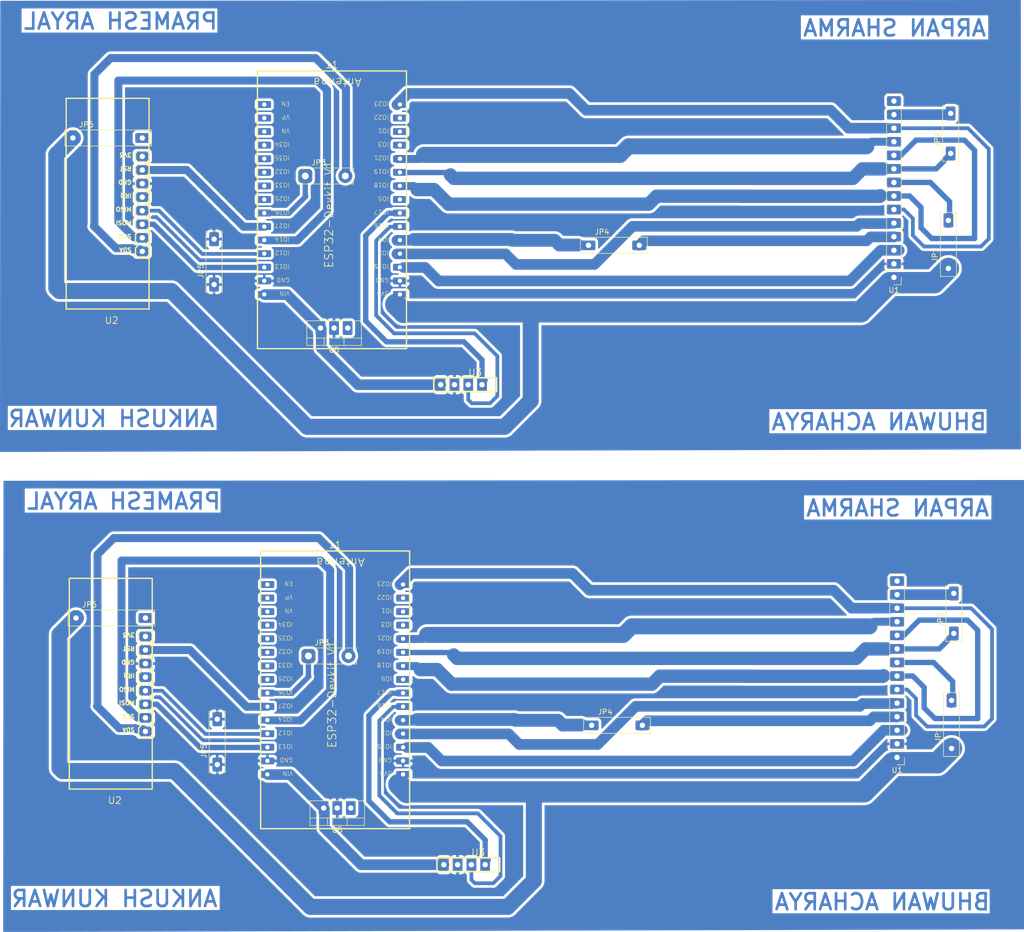
<source format=kicad_pcb>
(kicad_pcb (version 20241229) (generator "pcbnew") (generator_version "9.0")
  (layers (0 "F.Cu" signal) (2 "B.Cu" signal) (13 "F.Paste" user) (15 "B.Paste" user) (5 "F.SilkS" user "F.Silkscreen") (7 "B.SilkS" user "B.Silkscreen") (1 "F.Mask" user) (3 "B.Mask" user) (25 "Edge.Cuts" user))
  (net 0 "")
  (net 1 "/RSCK")
  (net 2 "/RMISO")
  (net 3 "/ftx")
  (net 4 "/RSDA")
  (net 5 "/RRST")
  (net 6 "/RMOSI")
  (net 7 "+3V3")
  (net 8 "Net-(U1-CS)")
  (net 9 "/mo")
  (net 10 "VCC")
  (net 11 "/clk")
  (net 12 "Net-(U1-T_CS)")
  (net 13 "GND")
  (net 14 "/dc")
  (net 16 "/frx")
  (net 17 "/MISO")
  (net 19 "VCCQ")
  (net 32 "Net-(JP1-B)")
  (net 33 "Net-(JP2-B)")
  (net 34 "Net-(JP3-B)")
  (net 35 "/D4")
  (net 36 "/4")
  (footprint "Fingerprint:SIL-6" (layer "F.Cu") (at 102.8003 85.34)
    (property "Reference" "U3")
    (property "Value" "FingerPrint-R305")
  )
  (footprint "TestPoint:TestPoint_2Pads_Pitch5.08mm_Drill1.3mm" (layer "F.Cu") (at 53.915 66.59 90)
    (property "Reference" "JP5")
    (property "Value" "Jumper_2_Bridged")
  )
  (footprint "TestPoint:TestPoint_2Pads_Pitch5.08mm_Drill1.3mm" (layer "F.Cu") (at 54.505 156.485 90)
    (property "Reference" "JP5")
    (property "Value" "Jumper_2_Bridged")
  )
  (footprint "TestPoint:TestPoint_2Pads_Pitch5.08mm_Drill1.3mm" (layer "F.Cu") (at 191.855 42.0375 90)
    (property "Reference" "JP2")
    (property "Value" "Jumper_2_Bridged")
  )
  (footprint "Connector_PinHeader_2.54mm:PinHeader_1x14_P2.54mm_Vertical" (layer "F.Cu") (at 181.82 155.1425 180)
    (property "Reference" "U1")
    (property "Value" "ILI9341_PERSONAL")
  )
  (footprint "TestPoint:TestPoint_2Pads_Pitch5.08mm_Drill1.3mm" (layer "F.Cu") (at 70.99 46.255)
    (property "Reference" "JP3")
    (property "Value" "Jumper_2_Bridged")
  )
  (footprint "ES32:ESP32-DEVKITV1_ESP32-DEVKITV1" (layer "F.Cu") (at 62.04 26.52)
    (property "Reference" "11")
    (property "Value" "ESP32-DEVKIT-V1-30PIN DB COPY")
  )
  (footprint "TestPoint:TestPoint_2Pads_Pitch5.08mm_Drill1.3mm" (layer "F.Cu") (at 192.445 131.9325 90)
    (property "Reference" "JP2")
    (property "Value" "Jumper_2_Bridged")
  )
  (footprint "TestPoint:TestPoint_2Pads_Pitch5.08mm_Drill1.3mm" (layer "F.Cu") (at 192.02 153.4675 90)
    (property "Reference" "JP1")
    (property "Value" "Jumper_2_Bridged")
  )
  (footprint "Fingerprint:SIL-6" (layer "F.Cu") (at 103.3903 175.235)
    (property "Reference" "U3")
    (property "Value" "FingerPrint-R305")
  )
  (footprint "TestPoint:TestPoint_2Pads_Pitch5.08mm_Drill1.3mm" (layer "F.Cu") (at 71.58 136.15)
    (property "Reference" "JP3")
    (property "Value" "Jumper_2_Bridged")
  )
  (footprint "TestPoint:TestPoint_2Pads_Pitch5.08mm_Drill1.3mm" (layer "F.Cu") (at 27.465 39.14)
    (property "Reference" "JP6")
    (property "Value" "Jumper_2_Bridged")
  )
  (footprint "TestPoint:TestPoint_2Pads_Pitch5.08mm_Drill1.3mm" (layer "F.Cu") (at 28.055 129.035)
    (property "Reference" "JP6")
    (property "Value" "Jumper_2_Bridged")
  )
  (footprint "Connector_PinHeader_2.54mm:PinHeader_1x14_P2.54mm_Vertical" (layer "F.Cu") (at 181.23 65.2475 180)
    (property "Reference" "U1")
    (property "Value" "ILI9341_PERSONAL")
  )
  (footprint "rfid:MFRC522-KS" (layer "F.Cu") (at 42.325 121.7001 180)
    (property "Reference" "U2")
    (property "Value" "~")
  )
  (footprint "TestPoint:TestPoint_2Pads_Pitch5.08mm_Drill1.3mm" (layer "F.Cu") (at 124.625 149.135)
    (property "Reference" "JP4")
    (property "Value" "Jumper_2_Bridged")
  )
  (footprint "Package_TO_SOT_THT:TO-220-3_Vertical" (layer "F.Cu") (at 78.925 74.73 180)
    (property "Reference" "U5")
    (property "Value" "LM7805_TO220")
  )
  (footprint "rfid:MFRC522-KS" (layer "F.Cu") (at 41.735 31.8051 180)
    (property "Reference" "U2")
    (property "Value" "~")
  )
  (footprint "TestPoint:TestPoint_2Pads_Pitch5.08mm_Drill1.3mm" (layer "F.Cu") (at 191.43 63.5725 90)
    (property "Reference" "JP1")
    (property "Value" "Jumper_2_Bridged")
  )
  (footprint "TestPoint:TestPoint_2Pads_Pitch5.08mm_Drill1.3mm" (layer "F.Cu") (at 124.035 59.24)
    (property "Reference" "JP4")
    (property "Value" "Jumper_2_Bridged")
  )
  (footprint "Package_TO_SOT_THT:TO-220-3_Vertical" (layer "F.Cu") (at 79.515 164.625 180)
    (property "Reference" "U5")
    (property "Value" "LM7805_TO220")
  )
  (footprint "ES32:ESP32-DEVKITV1_ESP32-DEVKITV1" (layer "F.Cu") (at 62.63 116.415)
    (property "Reference" "11")
    (property "Value" "ESP32-DEVKIT-V1-30PIN DB COPY")
  )
  (gr_text "PRAMESH ARYAL\n" (at 55.40005 108.93 0) (layer "B.Cu") (effects (font (size 3 3) (thickness 0.5) (bold yes)) (justify left bottom mirror)))
  (gr_text "BHUWAN ACHARYA\n" (at 198.85 94.075 0) (layer "B.Cu") (effects (font (size 3 3) (thickness 0.5) (bold yes)) (justify left bottom mirror)))
  (gr_text "PRAMESH ARYAL\n" (at 54.81005 19.035 0) (layer "B.Cu") (effects (font (size 3 3) (thickness 0.5) (bold yes)) (justify left bottom mirror)))
  (gr_text "ANKUSH KUNWAR\n" (at 54.82 183.36 0) (layer "B.Cu") (effects (font (size 3 3) (thickness 0.5) (bold yes)) (justify left bottom mirror)))
  (gr_text "ARPAN SHARMA\n" (at 199.34005 110.22 0) (layer "B.Cu") (effects (font (size 3 3) (thickness 0.5) (bold yes)) (justify left bottom mirror)))
  (gr_text "BHUWAN ACHARYA\n" (at 199.44 183.97 0) (layer "B.Cu") (effects (font (size 3 3) (thickness 0.5) (bold yes)) (justify left bottom mirror)))
  (gr_text "ANKUSH KUNWAR\n" (at 54.23 93.465 0) (layer "B.Cu") (effects (font (size 3 3) (thickness 0.5) (bold yes)) (justify left bottom mirror)))
  (gr_text "ARPAN SHARMA\n" (at 198.75005 20.325 0) (layer "B.Cu") (effects (font (size 3 3) (thickness 0.5) (bold yes)) (justify left bottom mirror)))
  (segment (start 35.985 54.02) (end 35.985 28.39) (width 1.5) (layer "B.Cu") (net 1))
  (segment (start 36.575 143.915) (end 36.575 118.285) (width 1.5) (layer "B.Cu") (net 1))
  (segment (start 75.65 120.075) (end 75.65 142.65) (width 1.5) (layer "B.Cu") (net 1))
  (segment (start 39.535 147.675) (end 36.575 144.715) (width 1.5) (layer "B.Cu") (net 1))
  (segment (start 75.65 142.65) (end 70.095 148.205) (width 1.5) (layer "B.Cu") (net 1))
  (segment (start 35.985 54.82) (end 35.985 47.3) (width 1.5) (layer "B.Cu") (net 1))
  (segment (start 36.575 144.715) (end 36.575 137.195) (width 1.5) (layer "B.Cu") (net 1))
  (segment (start 73.86 118.285) (end 75.65 120.075) (width 1.5) (layer "B.Cu") (net 1))
  (segment (start 75.06 52.755) (end 69.505 58.31) (width 1.5) (layer "B.Cu") (net 1))
  (segment (start 75.06 30.18) (end 75.06 52.755) (width 1.5) (layer "B.Cu") (net 1))
  (segment (start 38.945 57.78) (end 35.985 54.82) (width 1.5) (layer "B.Cu") (net 1))
  (segment (start 35.985 28.39) (end 73.27 28.39) (width 1.5) (layer "B.Cu") (net 1))
  (segment (start 36.575 118.285) (end 73.86 118.285) (width 1.5) (layer "B.Cu") (net 1))
  (segment (start 73.27 28.39) (end 75.06 30.18) (width 1.5) (layer "B.Cu") (net 1))
  (segment (start 69.505 58.31) (end 63.385 58.31) (width 1.5) (layer "B.Cu") (net 1))
  (segment (start 70.095 148.205) (end 63.975 148.205) (width 1.5) (layer "B.Cu") (net 1))
  (segment (start 51.695 60.85) (end 63.385 60.85) (width 0.7) (layer "B.Cu") (net 2))
  (segment (start 40.465 52.76) (end 43.605 52.76) (width 0.7) (layer "B.Cu") (net 2))
  (segment (start 41.055 142.655) (end 44.195 142.655) (width 0.7) (layer "B.Cu") (net 2))
  (segment (start 44.195 142.655) (end 52.285 150.745) (width 0.7) (layer "B.Cu") (net 2))
  (segment (start 52.285 150.745) (end 63.975 150.745) (width 0.7) (layer "B.Cu") (net 2))
  (segment (start 43.605 52.76) (end 51.695 60.85) (width 0.7) (layer "B.Cu") (net 2))
  (segment (start 106.96 87.465) (end 105.61 88.815) (width 0.7) (layer "B.Cu") (net 3))
  (segment (start 102.695 75.725) (end 106.96 79.99) (width 0.7) (layer "B.Cu") (net 3))
  (segment (start 84.85 148.260101) (end 84.85 162.26) (width 0.7) (layer "B.Cu") (net 3))
  (segment (start 84.26 58.365101) (end 84.26 72.365) (width 0.7) (layer "B.Cu") (net 3))
  (segment (start 88.7451 145.665) (end 87.445101 145.665) (width 0.7) (layer "B.Cu") (net 3))
  (segment (start 88.21 165.62) (end 103.285 165.62) (width 0.7) (layer "B.Cu") (net 3))
  (segment (start 88.1551 55.77) (end 86.855101 55.77) (width 0.7) (layer "B.Cu") (net 3))
  (segment (start 87.445101 145.665) (end 84.85 148.260101) (width 0.7) (layer "B.Cu") (net 3))
  (segment (start 87.62 75.725) (end 102.695 75.725) (width 0.7) (layer "B.Cu") (net 3))
  (segment (start 84.85 162.26) (end 88.21 165.62) (width 0.7) (layer "B.Cu") (net 3))
  (segment (start 106.96 79.99) (end 106.96 87.465) (width 0.7) (layer "B.Cu") (net 3))
  (segment (start 102.16 88.815) (end 101.51 88.165) (width 0.7) (layer "B.Cu") (net 3))
  (segment (start 103.285 165.62) (end 107.55 169.885) (width 0.7) (layer "B.Cu") (net 3))
  (segment (start 105.61 88.815) (end 102.16 88.815) (width 0.7) (layer "B.Cu") (net 3))
  (segment (start 86.855101 55.77) (end 84.26 58.365101) (width 0.7) (layer "B.Cu") (net 3))
  (segment (start 106.2 178.71) (end 102.75 178.71) (width 0.7) (layer "B.Cu") (net 3))
  (segment (start 107.55 177.36) (end 106.2 178.71) (width 0.7) (layer "B.Cu") (net 3))
  (segment (start 84.26 72.365) (end 87.62 75.725) (width 0.7) (layer "B.Cu") (net 3))
  (segment (start 102.1 178.06) (end 102.1 175.235) (width 0.7) (layer "B.Cu") (net 3))
  (segment (start 107.55 169.885) (end 107.55 177.36) (width 0.7) (layer "B.Cu") (net 3))
  (segment (start 102.75 178.71) (end 102.1 178.06) (width 0.7) (layer "B.Cu") (net 3))
  (segment (start 101.51 88.165) (end 101.51 85.34) (width 0.7) (layer "B.Cu") (net 3))
  (segment (start 67.935 53.23) (end 71.06 50.105) (width 1) (layer "B.Cu") (net 4))
  (segment (start 63.975 143.125) (end 68.525 143.125) (width 1) (layer "B.Cu") (net 4))
  (segment (start 71.58 139.93) (end 71.58 136.15) (width 1) (layer "B.Cu") (net 4))
  (segment (start 71.06 50.105) (end 70.99 50.035) (width 1) (layer "B.Cu") (net 4))
  (segment (start 71.65 140) (end 71.58 139.93) (width 1) (layer "B.Cu") (net 4))
  (segment (start 63.385 53.23) (end 67.935 53.23) (width 1) (layer "B.Cu") (net 4))
  (segment (start 70.99 50.035) (end 70.99 46.255) (width 1) (layer "B.Cu") (net 4))
  (segment (start 68.525 143.125) (end 71.65 140) (width 1) (layer "B.Cu") (net 4))
  (segment (start 48.795 45.14) (end 59.425 55.77) (width 1.5) (layer "B.Cu") (net 5))
  (segment (start 41.055 135.035) (end 49.385 135.035) (width 1.5) (layer "B.Cu") (net 5))
  (segment (start 59.425 55.77) (end 63.385 55.77) (width 1.5) (layer "B.Cu") (net 5))
  (segment (start 40.465 45.14) (end 48.795 45.14) (width 1.5) (layer "B.Cu") (net 5))
  (segment (start 49.385 135.035) (end 60.015 145.665) (width 1.5) (layer "B.Cu") (net 5))
  (segment (start 60.015 145.665) (end 63.975 145.665) (width 1.5) (layer "B.Cu") (net 5))
  (segment (start 51.295 153.285) (end 63.975 153.285) (width 1) (layer "B.Cu") (net 6))
  (segment (start 40.465 55.3) (end 42.615 55.3) (width 1) (layer "B.Cu") (net 6))
  (segment (start 41.055 145.195) (end 43.205 145.195) (width 1) (layer "B.Cu") (net 6))
  (segment (start 42.615 55.3) (end 50.705 63.39) (width 1) (layer "B.Cu") (net 6))
  (segment (start 50.705 63.39) (end 63.385 63.39) (width 1) (layer "B.Cu") (net 6))
  (segment (start 43.205 145.195) (end 51.295 153.285) (width 1) (layer "B.Cu") (net 6))
  (segment (start 191.43 63.5725) (end 188.7625 66.24) (width 4) (layer "B.Cu") (net 7))
  (segment (start 88.435 72.805) (end 89.435 71.805) (width 0.5) (layer "B.Cu") (net 7))
  (segment (start 89.025 162.7) (end 90.025 161.7) (width 0.5) (layer "B.Cu") (net 7))
  (segment (start 71.37 93.24) (end 108.31 93.24) (width 3) (layer "B.Cu") (net 7))
  (segment (start 189.3525 156.135) (end 181.055 156.135) (width 4) (layer "B.Cu") (net 7))
  (segment (start 71.96 183.135) (end 108.9 183.135) (width 3) (layer "B.Cu") (net 7))
  (segment (start 192.02 153.4675) (end 189.3525 156.135) (width 4) (layer "B.Cu") (net 7))
  (segment (start 88.525 158.5851) (end 88.525 160.2) (width 0.5) (layer "B.Cu") (net 7))
  (segment (start 89.54 71.7) (end 89.435 71.805) (width 4) (layer "B.Cu") (net 7))
  (segment (start 90.025 161.7) (end 88.525 160.2) (width 4) (layer "B.Cu") (net 7))
  (segment (start 175.595 161.595) (end 90.13 161.595) (width 4) (layer "B.Cu") (net 7))
  (segment (start 24.94 67.805) (end 45.935 67.805) (width 3) (layer "B.Cu") (net 7))
  (segment (start 90.13 161.595) (end 90.025 161.7) (width 4) (layer "B.Cu") (net 7))
  (segment (start 192.02 153.4675) (end 192.165 153.4675) (width 0.5) (layer "B.Cu") (net 7))
  (segment (start 24.365 67.23) (end 24.94 67.805) (width 3) (layer "B.Cu") (net 7))
  (segment (start 192.165 153.4675) (end 192.245 153.3875) (width 0.5) (layer "B.Cu") (net 7))
  (segment (start 45.935 67.805) (end 71.37 93.24) (width 3) (layer "B.Cu") (net 7))
  (segment (start 87.935 68.6901) (end 87.935 70.305) (width 0.5) (layer "B.Cu") (net 7))
  (segment (start 24.955 157.125) (end 25.53 157.7) (width 3) (layer "B.Cu") (net 7))
  (segment (start 180.465 66.24) (end 175.005 71.7) (width 4) (layer "B.Cu") (net 7))
  (segment (start 175.005 71.7) (end 89.54 71.7) (width 4) (layer "B.Cu") (net 7))
  (segment (start 89.435 71.805) (end 87.935 70.305) (width 4) (layer "B.Cu") (net 7))
  (segment (start 108.31 93.24) (end 113.21 88.34) (width 3) (layer "B.Cu") (net 7))
  (segment (start 108.9 183.135) (end 113.8 178.235) (width 3) (layer "B.Cu") (net 7))
  (segment (start 87.935 68.6901) (end 88.1551 68.47) (width 0.5) (layer "B.Cu") (net 7))
  (segment (start 25.53 157.7) (end 46.525 157.7) (width 3) (layer "B.Cu") (net 7))
  (segment (start 113.21 88.34) (end 113.21 71.7) (width 3) (layer "B.Cu") (net 7))
  (segment (start 188.7625 66.24) (end 180.465 66.24) (width 4) (layer "B.Cu") (net 7))
  (segment (start 181.055 156.135) (end 175.595 161.595) (width 4) (layer "B.Cu") (net 7))
  (segment (start 27.465 39.14) (end 24.365 42.24) (width 3) (layer "B.Cu") (net 7))
  (segment (start 24.365 42.24) (end 24.365 67.23) (width 3) (layer "B.Cu") (net 7))
  (segment (start 88.525 158.5851) (end 88.7451 158.365) (width 0.5) (layer "B.Cu") (net 7))
  (segment (start 46.525 157.7) (end 71.96 183.135) (width 3) (layer "B.Cu") (net 7))
  (segment (start 191.43 63.5725) (end 191.575 63.5725) (width 0.5) (layer "B.Cu") (net 7))
  (segment (start 191.575 63.5725) (end 191.655 63.4925) (width 0.5) (layer "B.Cu") (net 7))
  (segment (start 113.8 178.235) (end 113.8 161.595) (width 3) (layer "B.Cu") (net 7))
  (segment (start 28.055 129.035) (end 24.955 132.135) (width 3) (layer "B.Cu") (net 7))
  (segment (start 24.955 132.135) (end 24.955 157.125) (width 3) (layer "B.Cu") (net 7))
  (segment (start 95.965 65.92) (end 172.995 65.92) (width 2) (layer "B.Cu") (net 8))
  (segment (start 181.166288 60.1675) (end 181.23 60.1675) (width 2) (layer "B.Cu") (net 8))
  (segment (start 89.435 63.39) (end 93.435 63.39) (width 2) (layer "B.Cu") (net 8))
  (segment (start 172.995 65.92) (end 178.7475 60.1675) (width 2) (layer "B.Cu") (net 8))
  (segment (start 178.7475 60.1675) (end 182.226948 60.1675) (width 2) (layer "B.Cu") (net 8))
  (segment (start 94.025 153.285) (end 96.555 155.815) (width 2) (layer "B.Cu") (net 8))
  (segment (start 89.435 63.39) (end 88.1551 63.39) (width 0.5) (layer "B.Cu") (net 8))
  (segment (start 173.585 155.815) (end 179.3375 150.0625) (width 2) (layer "B.Cu") (net 8))
  (segment (start 90.025 153.285) (end 94.025 153.285) (width 2) (layer "B.Cu") (net 8))
  (segment (start 179.3375 150.0625) (end 182.816948 150.0625) (width 2) (layer "B.Cu") (net 8))
  (segment (start 181.756288 150.0625) (end 181.82 150.0625) (width 2) (layer "B.Cu") (net 8))
  (segment (start 90.025 153.285) (end 88.7451 153.285) (width 0.5) (layer "B.Cu") (net 8))
  (segment (start 93.435 63.39) (end 95.965 65.92) (width 2) (layer "B.Cu") (net 8))
  (segment (start 96.555 155.815) (end 173.585 155.815) (width 2) (layer "B.Cu") (net 8))
  (segment (start 121.05 120.7) (end 123.155 122.805) (width 1) (layer "B.Cu") (net 9))
  (segment (start 179.81005 37.3075) (end 181.23 37.3075) (width 1.5) (layer "B.Cu") (net 9))
  (segment (start 195.1 37.3075) (end 199.005 41.2125) (width 0.7) (layer "B.Cu") (net 9))
  (segment (start 184.78 54.2125) (end 183.115 52.5475) (width 0.7) (layer "B.Cu") (net 9))
  (segment (start 180.40005 127.2025) (end 173.32255 127.2025) (width 2) (layer "B.Cu") (net 9))
  (segment (start 124.19 123.84) (end 121.05 120.7) (width 2) (layer "B.Cu") (net 9))
  (segment (start 169.96005 123.84) (end 124.19 123.84) (width 2) (layer "B.Cu") (net 9))
  (segment (start 90.2601 30.805) (end 88.1551 32.91) (width 2) (layer "B.Cu") (net 9))
  (segment (start 198.145 149.3575) (end 187.445 149.3575) (width 0.7) (layer "B.Cu") (net 9))
  (segment (start 197.555 59.4625) (end 186.855 59.4625) (width 0.7) (layer "B.Cu") (net 9))
  (segment (start 186.855 59.4625) (end 184.78 57.3875) (width 0.7) (layer "B.Cu") (net 9))
  (segment (start 180.40005 127.2025) (end 181.82 127.2025) (width 1.5) (layer "B.Cu") (net 9))
  (segment (start 185.37 147.2825) (end 185.37 144.1075) (width 0.7) (layer "B.Cu") (net 9))
  (segment (start 184.78 57.3875) (end 184.78 54.2125) (width 0.7) (layer "B.Cu") (net 9))
  (segment (start 195.69 127.2025) (end 199.595 131.1075) (width 0.7) (layer "B.Cu") (net 9))
  (segment (start 185.37 144.1075) (end 183.705 142.4425) (width 0.7) (layer "B.Cu") (net 9))
  (segment (start 120.46 30.805) (end 90.2601 30.805) (width 2) (layer "B.Cu") (net 9))
  (segment (start 187.445 149.3575) (end 185.37 147.2825) (width 0.7) (layer "B.Cu") (net 9))
  (segment (start 183.705 142.4425) (end 181.82 142.4425) (width 0.7) (layer "B.Cu") (net 9))
  (segment (start 181.23 37.3075) (end 195.1 37.3075) (width 0.7) (layer "B.Cu") (net 9))
  (segment (start 179.81005 37.3075) (end 172.73255 37.3075) (width 2) (layer "B.Cu") (net 9))
  (segment (start 172.73255 37.3075) (end 169.37005 33.945) (width 2) (layer "B.Cu") (net 9))
  (segment (start 123.6 33.945) (end 120.46 30.805) (width 2) (layer "B.Cu") (net 9))
  (segment (start 169.37005 33.945) (end 123.6 33.945) (width 2) (layer "B.Cu") (net 9))
  (segment (start 183.115 52.5475) (end 181.23 52.5475) (width 0.7) (layer "B.Cu") (net 9))
  (segment (start 121.05 120.7) (end 90.8501 120.7) (width 2) (layer "B.Cu") (net 9))
  (segment (start 199.595 131.1075) (end 199.595 147.9075) (width 0.7) (layer "B.Cu") (net 9))
  (segment (start 181.82 127.2025) (end 195.69 127.2025) (width 0.7) (layer "B.Cu") (net 9))
  (segment (start 90.8501 120.7) (end 88.7451 122.805) (width 2) (layer "B.Cu") (net 9))
  (segment (start 199.595 147.9075) (end 198.145 149.3575) (width 0.7) (layer "B.Cu") (net 9))
  (segment (start 199.005 58.0125) (end 197.555 59.4625) (width 0.7) (layer "B.Cu") (net 9))
  (segment (start 120.46 30.805) (end 122.565 32.91) (width 1) (layer "B.Cu") (net 9))
  (segment (start 199.005 41.2125) (end 199.005 58.0125) (width 0.7) (layer "B.Cu") (net 9))
  (segment (start 173.32255 127.2025) (end 169.96005 123.84) (width 2) (layer "B.Cu") (net 9))
  (segment (start 80.86 85.34) (end 73.985 78.465) (width 2) (layer "B.Cu") (net 10))
  (segment (start 73.985 78.465) (end 73.985 74.87) (width 2) (layer "B.Cu") (net 10))
  (segment (start 73.7834 74.7916) (end 73.845 74.73) (width 0.5) (layer "B.Cu") (net 10))
  (segment (start 68.175 158.365) (end 63.975 158.365) (width 2) (layer "B.Cu") (net 10))
  (segment (start 96.9387 175.235) (end 81.45 175.235) (width 2) (layer "B.Cu") (net 10))
  (segment (start 96.3487 85.34) (end 80.86 85.34) (width 2) (layer "B.Cu") (net 10))
  (segment (start 74.575 168.36) (end 74.575 164.765) (width 2) (layer "B.Cu") (net 10))
  (segment (start 74.3734 164.6866) (end 74.435 164.625) (width 0.5) (layer "B.Cu") (net 10))
  (segment (start 67.585 68.47) (end 63.385 68.47) (width 2) (layer "B.Cu") (net 10))
  (segment (start 81.45 175.235) (end 74.575 168.36) (width 2) (layer "B.Cu") (net 10))
  (segment (start 74.575 164.765) (end 68.175 158.365) (width 2) (layer "B.Cu") (net 10))
  (segment (start 73.985 74.87) (end 67.585 68.47) (width 2) (layer "B.Cu") (net 10))
  (segment (start 152.685 50.065) (end 178.58 50.065) (width 2.5) (layer "B.Cu") (net 11))
  (segment (start 179.17 139.96) (end 179.285 139.845) (width 2.5) (layer "B.Cu") (net 11))
  (segment (start 135.315 51.525) (end 136.8 50.04) (width 2.5) (layer "B.Cu") (net 11))
  (segment (start 184.765 139.9025) (end 181.82 139.9025) (width 1) (layer "B.Cu") (net 11))
  (segment (start 186.895 142.0325) (end 184.765 139.9025) (width 1) (layer "B.Cu") (net 11))
  (segment (start 153.275 139.96) (end 179.17 139.96) (width 2.5) (layer "B.Cu") (net 11))
  (segment (start 178.58 50.065) (end 178.695 49.95) (width 2.5) (layer "B.Cu") (net 11))
  (segment (start 136.8 50.04) (end 154.095 50.04) (width 2.5) (layer "B.Cu") (net 11))
  (segment (start 182.529999 42.3875) (end 185.379999 39.5375) (width 1) (layer "B.Cu") (net 11))
  (segment (start 183.119999 132.2825) (end 185.969999 129.4325) (width 1) (layer "B.Cu") (net 11))
  (segment (start 91.935 48.805) (end 95.085 48.805) (width 2.5) (layer "B.Cu") (net 11))
  (segment (start 95.675 138.7) (end 98.395 141.42) (width 2.5) (layer "B.Cu") (net 11))
  (segment (start 152.66 50.04) (end 152.685 50.065) (width 2.5) (layer "B.Cu") (net 11))
  (segment (start 179.895 139.9025) (end 181.82 139.9025) (width 0.5) (layer "B.Cu") (net 11))
  (segment (start 188.895 147.8575) (end 186.895 145.8575) (width 1) (layer "B.Cu") (net 11))
  (segment (start 88.1551 48.15) (end 91.28 48.15) (width 1.5) (layer "B.Cu") (net 11))
  (segment (start 196.92 147.8575) (end 188.895 147.8575) (width 1) (layer "B.Cu") (net 11))
  (segment (start 137.39 139.935) (end 154.685 139.935) (width 2.5) (layer "B.Cu") (net 11))
  (segment (start 98.395 141.42) (end 135.905 141.42) (width 2.5) (layer "B.Cu") (net 11))
  (segment (start 135.905 141.42) (end 137.39 139.935) (width 2.5) (layer "B.Cu") (net 11))
  (segment (start 153.25 139.935) (end 153.275 139.96) (width 2.5) (layer "B.Cu") (net 11))
  (segment (start 186.305 52.1375) (end 184.175 50.0075) (width 1) (layer "B.Cu") (net 11))
  (segment (start 196.33 41.4375) (end 196.33 57.9625) (width 1) (layer "B.Cu") (net 11))
  (segment (start 95.085 48.805) (end 97.805 51.525) (width 2.5) (layer "B.Cu") (net 11))
  (segment (start 196.33 57.9625) (end 188.305 57.9625) (width 1) (layer "B.Cu") (net 11))
  (segment (start 186.305 55.9625) (end 186.305 52.1375) (width 1) (layer "B.Cu") (net 11))
  (segment (start 185.379999 39.5375) (end 194.43 39.5375) (width 1) (layer "B.Cu") (net 11))
  (segment (start 188.305 57.9625) (end 186.305 55.9625) (width 1) (layer "B.Cu") (net 11))
  (segment (start 184.175 50.0075) (end 181.23 50.0075) (width 1) (layer "B.Cu") (net 11))
  (segment (start 195.02 129.4325) (end 196.92 131.3325) (width 1) (layer "B.Cu") (net 11))
  (segment (start 91.87 138.045) (end 92.525 138.7) (width 1.5) (layer "B.Cu") (net 11))
  (segment (start 92.525 138.7) (end 95.675 138.7) (width 2.5) (layer "B.Cu") (net 11))
  (segment (start 194.43 39.5375) (end 196.33 41.4375) (width 1) (layer "B.Cu") (net 11))
  (segment (start 97.805 51.525) (end 135.315 51.525) (width 2.5) (layer "B.Cu") (net 11))
  (segment (start 186.895 145.8575) (end 186.895 142.0325) (width 1) (layer "B.Cu") (net 11))
  (segment (start 185.969999 129.4325) (end 195.02 129.4325) (width 1) (layer "B.Cu") (net 11))
  (segment (start 88.7451 138.045) (end 91.87 138.045) (width 1.5) (layer "B.Cu") (net 11))
  (segment (start 179.305 50.0075) (end 181.23 50.0075) (width 0.5) (layer "B.Cu") (net 11))
  (segment (start 181.23 42.3875) (end 182.529999 42.3875) (width 1) (layer "B.Cu") (net 11))
  (segment (start 91.28 48.15) (end 91.935 48.805) (width 1.5) (layer "B.Cu") (net 11))
  (segment (start 196.92 131.3325) (end 196.92 147.8575) (width 1) (layer "B.Cu") (net 11))
  (segment (start 181.82 132.2825) (end 183.119999 132.2825) (width 1) (layer "B.Cu") (net 11))
  (segment (start 92.435 43.07) (end 93.2 42.305) (width 0.7) (layer "B.Cu") (net 12))
  (segment (start 176.92 39.8475) (end 181.23 39.8475) (width 1.5) (layer "B.Cu") (net 12))
  (segment (start 94.935 42.305) (end 95.435 42.805) (width 0.5) (layer "B.Cu") (net 12))
  (segment (start 129.935 42.305) (end 131.54 40.7) (width 3) (layer "B.Cu") (net 12))
  (segment (start 88.1551 43.07) (end 92.435 43.07) (width 1.5) (layer "B.Cu") (net 12))
  (segment (start 130.525 132.2) (end 132.13 130.595) (width 3) (layer "B.Cu") (net 12))
  (segment (start 131.54 40.7) (end 176.0675 40.7) (width 3) (layer "B.Cu") (net 12))
  (segment (start 93.2 42.305) (end 94.935 42.305) (width 0.5) (layer "B.Cu") (net 12))
  (segment (start 93.2 42.305) (end 129.935 42.305) (width 3) (layer "B.Cu") (net 12))
  (segment (start 88.7451 132.965) (end 93.025 132.965) (width 1.5) (layer "B.Cu") (net 12))
  (segment (start 95.525 132.2) (end 96.025 132.7) (width 0.5) (layer "B.Cu") (net 12))
  (segment (start 93.025 132.965) (end 93.79 132.2) (width 0.7) (layer "B.Cu") (net 12))
  (segment (start 177.51 129.7425) (end 181.82 129.7425) (width 1.5) (layer "B.Cu") (net 12))
  (segment (start 93.79 132.2) (end 95.525 132.2) (width 0.5) (layer "B.Cu") (net 12))
  (segment (start 132.13 130.595) (end 176.6575 130.595) (width 3) (layer "B.Cu") (net 12))
  (segment (start 93.79 132.2) (end 130.525 132.2) (width 3) (layer "B.Cu") (net 12))
  (segment (start 88.1551 60.85) (end 108.505 60.85) (width 2) (layer "B.Cu") (net 14))
  (segment (start 180.745052 145.0605) (end 180.784052 145.0215) (width 2) (layer "B.Cu") (net 14))
  (segment (start 175.3695 145.0605) (end 180.745052 145.0605) (width 2) (layer "B.Cu") (net 14))
  (segment (start 174.7795 55.1655) (end 180.155052 55.1655) (width 2) (layer "B.Cu") (net 14))
  (segment (start 125.16 62.815) (end 132.29 55.685) (width 2) (layer "B.Cu") (net 14))
  (segment (start 180.784052 145.0215) (end 181.781 145.0215) (width 2) (layer "B.Cu") (net 14))
  (segment (start 111.06 152.71) (end 125.75 152.71) (width 2) (layer "B.Cu") (net 14))
  (segment (start 109.095 150.745) (end 111.06 152.71) (width 2) (layer "B.Cu") (net 14))
  (segment (start 125.75 152.71) (end 132.88 145.58) (width 2) (layer "B.Cu") (net 14))
  (segment (start 132.29 55.685) (end 174.26 55.685) (width 2) (layer "B.Cu") (net 14))
  (segment (start 108.505 60.85) (end 110.47 62.815) (width 2) (layer "B.Cu") (net 14))
  (segment (start 180.155052 55.1655) (end 180.194052 55.1265) (width 2) (layer "B.Cu") (net 14))
  (segment (start 174.26 55.685) (end 174.7795 55.1655) (width 2) (layer "B.Cu") (net 14))
  (segment (start 180.194052 55.1265) (end 181.191 55.1265) (width 2) (layer "B.Cu") (net 14))
  (segment (start 110.47 62.815) (end 125.16 62.815) (width 2) (layer "B.Cu") (net 14))
  (segment (start 88.7451 150.745) (end 109.095 150.745) (width 2) (layer "B.Cu") (net 14))
  (segment (start 132.88 145.58) (end 174.85 145.58) (width 2) (layer "B.Cu") (net 14))
  (segment (start 174.85 145.58) (end 175.3695 145.0605) (width 2) (layer "B.Cu") (net 14))
  (segment (start 86.21 77.315) (end 100.71 77.315) (width 1) (layer "B.Cu") (net 16))
  (segment (start 104.0906 80.6956) (end 104.0906 85.34) (width 1) (layer "B.Cu") (net 16))
  (segment (start 82.9 147.325) (end 82.9 163.31) (width 1) (layer "B.Cu") (net 16))
  (segment (start 82.31 73.415) (end 86.21 77.315) (width 1) (layer "B.Cu") (net 16))
  (segment (start 100.71 77.315) (end 104.0906 80.6956) (width 1) (layer "B.Cu") (net 16))
  (segment (start 87.1 143.125) (end 82.9 147.325) (width 1) (layer "B.Cu") (net 16))
  (segment (start 104.6806 170.5906) (end 104.6806 175.235) (width 1) (layer "B.Cu") (net 16))
  (segment (start 86.51 53.23) (end 82.31 57.43) (width 1) (layer "B.Cu") (net 16))
  (segment (start 88.7451 143.125) (end 87.1 143.125) (width 1) (layer "B.Cu") (net 16))
  (segment (start 101.3 167.21) (end 104.6806 170.5906) (width 1) (layer "B.Cu") (net 16))
  (segment (start 82.31 57.43) (end 82.31 73.415) (width 1) (layer "B.Cu") (net 16))
  (segment (start 82.9 163.31) (end 86.8 167.21) (width 1) (layer "B.Cu") (net 16))
  (segment (start 104.6753 84.5053) (end 104.5906 84.59) (width 1) (layer "B.Cu") (net 16))
  (segment (start 86.8 167.21) (end 101.3 167.21) (width 1) (layer "B.Cu") (net 16))
  (segment (start 105.2653 174.4003) (end 105.1806 174.485) (width 1) (layer "B.Cu") (net 16))
  (segment (start 88.1551 53.23) (end 86.51 53.23) (width 1) (layer "B.Cu") (net 16))
  (segment (start 98.935 46.805) (end 97.74 45.61) (width 1) (layer "B.Cu") (net 17))
  (segment (start 181.23 44.9275) (end 189.14 44.9275) (width 1) (layer "B.Cu") (net 17))
  (segment (start 190.68 43.2125) (end 191.855 42.0375) (width 1) (layer "B.Cu") (net 17))
  (segment (start 191.27 133.2825) (end 191.27 133.1075) (width 1) (layer "B.Cu") (net 17))
  (segment (start 179.244394 44.9275) (end 175.3175 44.9275) (width 2.5) (layer "B.Cu") (net 17))
  (segment (start 175.9075 134.8225) (end 174.135 136.595) (width 2.5) (layer "B.Cu") (net 17))
  (segment (start 175.3175 44.9275) (end 173.545 46.7) (width 2.5) (layer "B.Cu") (net 17))
  (segment (start 179.834394 134.8225) (end 175.9075 134.8225) (width 2.5) (layer "B.Cu") (net 17))
  (segment (start 181.82 134.8225) (end 189.73 134.8225) (width 1) (layer "B.Cu") (net 17))
  (segment (start 99.525 136.7) (end 98.33 135.505) (width 1) (layer "B.Cu") (net 17))
  (segment (start 98.33 135.505) (end 88.7451 135.505) (width 1) (layer "B.Cu") (net 17))
  (segment (start 99.42 136.595) (end 98.78 135.955) (width 2.5) (layer "B.Cu") (net 17))
  (segment (start 189.73 134.8225) (end 191.27 133.2825) (width 1) (layer "B.Cu") (net 17))
  (segment (start 173.545 46.7) (end 98.83 46.7) (width 2.5) (layer "B.Cu") (net 17))
  (segment (start 98.83 46.7) (end 98.19 46.06) (width 2.5) (layer "B.Cu") (net 17))
  (segment (start 191.27 133.1075) (end 192.445 131.9325) (width 1) (layer "B.Cu") (net 17))
  (segment (start 97.74 45.61) (end 88.1551 45.61) (width 1) (layer "B.Cu") (net 17))
  (segment (start 190.68 43.3875) (end 190.68 43.2125) (width 1) (layer "B.Cu") (net 17))
  (segment (start 189.14 44.9275) (end 190.68 43.3875) (width 1) (layer "B.Cu") (net 17))
  (segment (start 174.135 136.595) (end 99.42 136.595) (width 2.5) (layer "B.Cu") (net 17))
  (segment (start 188.65 137.3625) (end 192.245 140.9575) (width 1) (layer "B.Cu") (net 32))
  (segment (start 192.245 140.9575) (end 192.245 143.2275) (width 1) (layer "B.Cu") (net 32))
  (segment (start 188.06 47.4675) (end 191.655 51.0625) (width 1) (layer "B.Cu") (net 32))
  (segment (start 192.02 143.4525) (end 192.02 145.3825) (width 1) (layer "B.Cu") (net 32))
  (segment (start 181.82 137.3625) (end 188.65 137.3625) (width 1) (layer "B.Cu") (net 32))
  (segment (start 192.245 143.2275) (end 192.02 143.4525) (width 1) (layer "B.Cu") (net 32))
  (segment (start 191.43 53.5575) (end 191.43 55.4875) (width 1) (layer "B.Cu") (net 32))
  (segment (start 181.23 47.4675) (end 188.06 47.4675) (width 1) (layer "B.Cu") (net 32))
  (segment (start 191.655 51.0625) (end 191.655 53.3325) (width 1) (layer "B.Cu") (net 32))
  (segment (start 191.655 53.3325) (end 191.43 53.5575) (width 1) (layer "B.Cu") (net 32))
  (segment (start 191.625 34.7675) (end 191.855 34.5375) (width 0.5) (layer "B.Cu") (net 33))
  (segment (start 181.23 34.7675) (end 191.625 34.7675) (width 2) (layer "B.Cu") (net 33))
  (segment (start 181.82 124.6625) (end 192.215 124.6625) (width 2) (layer "B.Cu") (net 33))
  (segment (start 192.215 124.6625) (end 192.445 124.4325) (width 0.5) (layer "B.Cu") (net 33))
  (segment (start 31.413842 55.648842) (end 35.546 59.781) (width 1.5) (layer "B.Cu") (net 34))
  (segment (start 35.546 59.781) (end 38.5875 59.781) (width 1.5) (layer "B.Cu") (net 34))
  (segment (start 72.935 24.18) (end 34.545 24.18) (width 1.5) (layer "B.Cu") (net 34))
  (segment (start 78.61 29.855) (end 72.935 24.18) (width 1.5) (layer "B.Cu") (net 34))
  (segment (start 39.3875 149.886) (end 40.666 149.886) (width 1.5) (layer "B.Cu") (net 34))
  (segment (start 78.61 46.255) (end 78.61 29.855) (width 1.5) (layer "B.Cu") (net 34))
  (segment (start 32.003842 145.543842) (end 36.136 149.676) (width 1.5) (layer "B.Cu") (net 34))
  (segment (start 32.085 145.543842) (end 32.003842 145.543842) (width 1.5) (layer "B.Cu") (net 34))
  (segment (start 79.2 119.75) (end 73.525 114.075) (width 1.5) (layer "B.Cu") (net 34))
  (segment (start 73.525 114.075) (end 35.135 114.075) (width 1.5) (layer "B.Cu") (net 34))
  (segment (start 36.136 149.676) (end 39.1775 149.676) (width 1.5) (layer "B.Cu") (net 34))
  (segment (start 31.495 55.648842) (end 31.413842 55.648842) (width 1.5) (layer "B.Cu") (net 34))
  (segment (start 31.495 27.23) (end 31.495 55.648842) (width 1.5) (layer "B.Cu") (net 34))
  (segment (start 40.076 59.991) (end 40.465 60.38) (width 1.5) (layer "B.Cu") (net 34))
  (segment (start 32.085 117.125) (end 32.085 145.543842) (width 1.5) (layer "B.Cu") (net 34))
  (segment (start 35.135 114.075) (end 32.085 117.125) (width 1.5) (layer "B.Cu") (net 34))
  (segment (start 40.666 149.886) (end 41.055 150.275) (width 1.5) (layer "B.Cu") (net 34))
  (segment (start 79.2 136.15) (end 79.2 119.75) (width 1.5) (layer "B.Cu") (net 34))
  (segment (start 39.1775 149.676) (end 39.3875 149.886) (width 1.5) (layer "B.Cu") (net 34))
  (segment (start 34.545 24.18) (end 31.495 27.23) (width 1.5) (layer "B.Cu") (net 34))
  (segment (start 38.5875 59.781) (end 38.7975 59.991) (width 1.5) (layer "B.Cu") (net 34))
  (segment (start 38.7975 59.991) (end 40.076 59.991) (width 1.5) (layer "B.Cu") (net 34))
  (segment (start 118.305 148.2) (end 119.18 149.075) (width 2.4) (layer "B.Cu") (net 35))
  (segment (start 91.02 148.205) (end 88.7451 148.205) (width 2) (layer "B.Cu") (net 35))
  (segment (start 117.715 58.305) (end 118.59 59.18) (width 2.4) (layer "B.Cu") (net 35))
  (segment (start 90.43 58.31) (end 88.1551 58.31) (width 2) (layer "B.Cu") (net 35))
  (segment (start 91.869 148.044) (end 110.213791 148.044) (width 2.4) (layer "B.Cu") (net 35))
  (segment (start 118.59 59.18) (end 122.06 59.18) (width 2.4) (layer "B.Cu") (net 35))
  (segment (start 91.279 58.149) (end 109.623791 58.149) (width 2.4) (layer "B.Cu") (net 35))
  (segment (start 91.525 147.7) (end 91.02 148.205) (width 0.5) (layer "B.Cu") (net 35))
  (segment (start 109.77979 58.305) (end 117.715 58.305) (width 2.4) (layer "B.Cu") (net 35))
  (segment (start 110.36979 148.2) (end 118.305 148.2) (width 2.4) (layer "B.Cu") (net 35))
  (segment (start 90.935 57.805) (end 90.43 58.31) (width 0.5) (layer "B.Cu") (net 35))
  (segment (start 119.18 149.075) (end 122.65 149.075) (width 2.4) (layer "B.Cu") (net 35))
  (segment (start 109.623791 58.149) (end 109.77979 58.305) (width 2.4) (layer "B.Cu") (net 35))
  (segment (start 110.213791 148.044) (end 110.36979 148.2) (width 2.4) (layer "B.Cu") (net 35))
  (segment (start 181.191 57.6665) (end 176.8585 57.6665) (width 2) (layer "B.Cu") (net 36))
  (segment (start 181.23 57.6275) (end 181.191 57.6665) (width 2) (layer "B.Cu") (net 36))
  (segment (start 181.781 147.5615) (end 177.4485 147.5615) (width 2) (layer "B.Cu") (net 36))
  (segment (start 176.8585 57.6665) (end 176.135 58.39) (width 2) (layer "B.Cu") (net 36))
  (segment (start 134.385 58.39) (end 133.535 59.24) (width 2) (layer "B.Cu") (net 36))
  (segment (start 177.4485 147.5615) (end 176.725 148.285) (width 2) (layer "B.Cu") (net 36))
  (segment (start 176.725 148.285) (end 134.975 148.285) (width 2) (layer "B.Cu") (net 36))
  (segment (start 176.135 58.39) (end 134.385 58.39) (width 2) (layer "B.Cu") (net 36))
  (segment (start 134.975 148.285) (end 134.125 149.135) (width 2) (layer "B.Cu") (net 36))
  (segment (start 181.82 147.5225) (end 181.781 147.5615) (width 2) (layer "B.Cu") (net 36))
  (zone (net 13) (net_name "GND") (layer "B.Cu") (connect_pads (clearance 0.5)) (min_thickness 0.25) (fill yes (thermal_gap 0.5) (thermal_bridge_width 0.5))
    (polygon (pts (xy 14.47 103.34) (xy 205.59 103.195) (xy 205.61 187.35) (xy 14.41 187.84)))
  )
  (zone (net 13) (net_name "GND") (layer "B.Cu") (connect_pads (clearance 0.5)) (min_thickness 0.25) (fill yes (thermal_gap 0.5) (thermal_bridge_width 0.5))
    (polygon (pts (xy 13.88 13.445) (xy 205 13.3) (xy 205.02 97.455) (xy 13.82 97.945)))
  )
)
</source>
